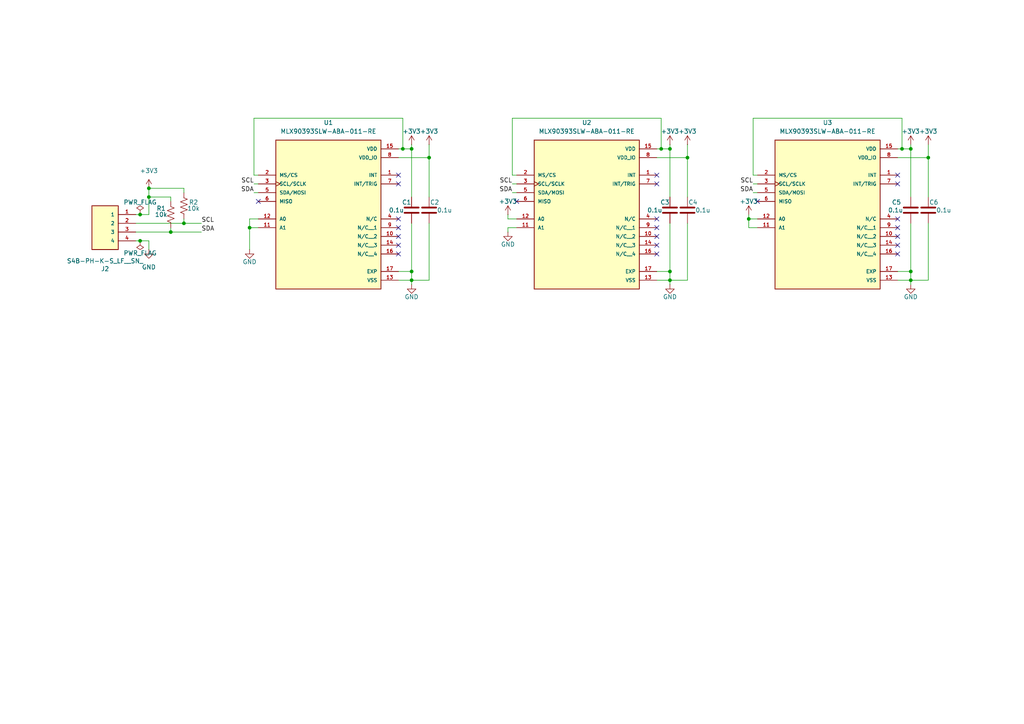
<source format=kicad_sch>
(kicad_sch (version 20250114) (generator "eeschema") (generator_version "9.0")
  (paper "A4")
  (lib_symbols
    (symbol "Device:C" (pin_numbers (hide yes)) (pin_names (offset 0.254))
      (property "Reference" "C" (at 0.635 2.54 0))
      (property "Value" "C" (at 0.635 -2.54 0))
      (symbol "C_0_1"
        (polyline (pts (xy -2.032 0.762) (xy 2.032 0.762)) (stroke (width 0.508)))
        (polyline (pts (xy -2.032 -0.762) (xy 2.032 -0.762)) (stroke (width 0.508)))
      )
      (symbol "C_1_1"
        (pin passive line (at 0 3.81 270) (length 2.794) (name "~") (number "1"))
        (pin passive line (at 0 -3.81 90) (length 2.794) (name "~") (number "2"))
      )
    )
    (symbol "Device:R_US" (pin_numbers (hide yes)) (pin_names (offset 0))
      (property "Reference" "R" (at 2.54 0 90))
      (property "Value" "R_US" (at -2.54 0 90))
      (symbol "R_US_0_1"
        (polyline (pts (xy 0 2.286) (xy 0 2.54)))
        (polyline (pts (xy 0 2.286) (xy 1.016 1.905) (xy 0 1.524) (xy -1.016 1.143) (xy 0 0.762)))
        (polyline (pts (xy 0 0.762) (xy 1.016 0.381) (xy 0 0) (xy -1.016 -0.381) (xy 0 -0.762)))
        (polyline (pts (xy 0 -0.762) (xy 1.016 -1.143) (xy 0 -1.524) (xy -1.016 -1.905) (xy 0 -2.286)))
        (polyline (pts (xy 0 -2.286) (xy 0 -2.54)))
      )
      (symbol "R_US_1_1"
        (pin passive line (at 0 3.81 270) (length 1.27) (name "~") (number "1"))
        (pin passive line (at 0 -3.81 90) (length 1.27) (name "~") (number "2"))
      )
    )
    (symbol "MLX90393SLW-ABA-011-RE:MLX90393SLW-ABA-011-RE" (pin_names (offset 1.016))
      (property "Reference" "U" (at -15.24 16.002 0))
      (property "Value" "MLX90393SLW-ABA-011-RE" (at -15.24 -30.48 0))
      (symbol "MLX90393SLW-ABA-011-RE_0_0"
        (rectangle (start -15.24 -27.94) (end 15.24 15.24) (stroke (width 0.254)) (fill (type background)))
        (pin input line (at -20.32 5.08 0) (length 5.08) (name "MS/CS") (number "2"))
        (pin input clock (at -20.32 2.54 0) (length 5.08) (name "SCL/SCLK") (number "3"))
        (pin bidirectional line (at -20.32 0 0) (length 5.08) (name "SDA/MOSI") (number "5"))
        (pin output line (at -20.32 -2.54 0) (length 5.08) (name "MISO") (number "6"))
        (pin input line (at -20.32 -7.62 0) (length 5.08) (name "A0") (number "12"))
        (pin input line (at -20.32 -10.16 0) (length 5.08) (name "A1") (number "11"))
        (pin power_in line (at 20.32 12.7 180) (length 5.08) (name "VDD") (number "15"))
        (pin power_in line (at 20.32 10.16 180) (length 5.08) (name "VDD_IO") (number "8"))
        (pin output line (at 20.32 5.08 180) (length 5.08) (name "INT") (number "1"))
        (pin bidirectional line (at 20.32 2.54 180) (length 5.08) (name "INT/TRIG") (number "7"))
        (pin passive line (at 20.32 -7.62 180) (length 5.08) (name "N/C") (number "4"))
        (pin passive line (at 20.32 -10.16 180) (length 5.08) (name "N/C__1") (number "9"))
        (pin passive line (at 20.32 -12.7 180) (length 5.08) (name "N/C__2") (number "10"))
        (pin passive line (at 20.32 -15.24 180) (length 5.08) (name "N/C__3") (number "14"))
        (pin passive line (at 20.32 -17.78 180) (length 5.08) (name "N/C__4") (number "16"))
        (pin passive line (at 20.32 -22.86 180) (length 5.08) (name "EXP") (number "17"))
        (pin power_in line (at 20.32 -25.4 180) (length 5.08) (name "VSS") (number "13"))
      )
    )
    (symbol "S4B-PH-K-S_LF__SN_:S4B-PH-K-S_LF__SN_" (pin_names (offset 1.016))
      (property "Reference" "J2" (at 1.27 -13.208 0))
      (property "Value" "S4B-PH-K-S_LF__SN_" (at 1.27 -10.922 0))
      (symbol "S4B-PH-K-S_LF__SN__0_0"
        (rectangle (start -2.54 -7.62) (end 5.08 5.08) (stroke (width 0.254)) (fill (type background)))
        (pin passive line (at 10.16 2.54 180) (length 5.08) (name "1") (number "1"))
        (pin passive line (at 10.16 0 180) (length 5.08) (name "2") (number "2"))
        (pin passive line (at 10.16 -2.54 180) (length 5.08) (name "3") (number "3"))
        (pin passive line (at 10.16 -5.08 180) (length 5.08) (name "4") (number "4"))
      )
    )
    (symbol "power:+3V3" (power) (pin_numbers (hide yes)) (pin_names (offset 0) (hide yes))
      (property "Value" "+3V3" (at 0 3.556 0))
      (symbol "+3V3_0_1"
        (polyline (pts (xy -0.762 1.27) (xy 0 2.54)))
        (polyline (pts (xy 0 2.54) (xy 0.762 1.27)))
        (polyline (pts (xy 0 0) (xy 0 2.54)))
      )
      (symbol "+3V3_1_1"
        (pin power_in line (at 0 0 90) (length 0) (name "~") (number "1"))
      )
    )
    (symbol "power:GND" (power) (pin_numbers (hide yes)) (pin_names (offset 0) (hide yes))
      (property "Value" "GND" (at 0 -3.81 0))
      (symbol "GND_0_1"
        (polyline (pts (xy 0 0) (xy 0 -1.27) (xy 1.27 -1.27) (xy 0 -2.54) (xy -1.27 -1.27) (xy 0 -1.27)))
      )
      (symbol "GND_1_1"
        (pin power_in line (at 0 0 270) (length 0) (name "~") (number "1"))
      )
    )
    (symbol "power:PWR_FLAG" (power) (pin_numbers (hide yes)) (pin_names (offset 0) (hide yes))
      (property "Value" "PWR_FLAG" (at 0 3.81 0))
      (symbol "PWR_FLAG_0_0"
        (pin power_out line (at 0 0 90) (length 0) (name "~") (number "1"))
      )
      (symbol "PWR_FLAG_0_1"
        (polyline (pts (xy 0 0) (xy 0 1.27) (xy -1.016 1.905) (xy 0 2.54) (xy 1.016 1.905) (xy 0 1.27)))
      )
    )
  )
  (junction (at 72.39 66.04))
  (junction (at 119.38 43.18))
  (junction (at 194.31 43.18))
  (junction (at 264.16 43.18))
  (junction (at 194.31 78.74))
  (junction (at 217.17 63.5))
  (junction (at 194.31 81.28))
  (junction (at 269.24 45.72))
  (junction (at 53.34 64.77))
  (junction (at 116.84 43.18))
  (junction (at 119.38 78.74))
  (junction (at 49.53 67.31))
  (junction (at 119.38 81.28))
  (junction (at 40.64 69.85))
  (junction (at 264.16 81.28))
  (junction (at 191.77 43.18))
  (junction (at 43.18 57.15))
  (junction (at 43.18 54.61))
  (junction (at 261.62 43.18))
  (junction (at 40.64 62.23))
  (junction (at 264.16 78.74))
  (junction (at 124.46 45.72))
  (junction (at 199.39 45.72))
  (no_connect (at 260.35 68.58))
  (no_connect (at 115.57 73.66))
  (no_connect (at 190.5 53.34))
  (no_connect (at 190.5 66.04))
  (no_connect (at 260.35 71.12))
  (no_connect (at 190.5 63.5))
  (no_connect (at 74.93 58.42))
  (no_connect (at 260.35 63.5))
  (no_connect (at 190.5 73.66))
  (no_connect (at 260.35 73.66))
  (no_connect (at 115.57 68.58))
  (no_connect (at 115.57 71.12))
  (no_connect (at 115.57 50.8))
  (no_connect (at 115.57 66.04))
  (no_connect (at 219.71 58.42))
  (no_connect (at 260.35 50.8))
  (no_connect (at 260.35 53.34))
  (no_connect (at 260.35 66.04))
  (no_connect (at 190.5 68.58))
  (no_connect (at 149.86 58.42))
  (no_connect (at 190.5 50.8))
  (no_connect (at 115.57 53.34))
  (no_connect (at 190.5 71.12))
  (no_connect (at 115.57 63.5))
  (wire (pts (xy 73.66 53.34) (xy 74.93 53.34)))
  (wire (pts (xy 149.86 63.5) (xy 147.32 63.5)))
  (wire (pts (xy 39.37 69.85) (xy 40.64 69.85)))
  (wire (pts (xy 194.31 78.74) (xy 194.31 81.28)))
  (wire (pts (xy 191.77 43.18) (xy 194.31 43.18)))
  (wire (pts (xy 43.18 62.23) (xy 40.64 62.23)))
  (wire (pts (xy 269.24 45.72) (xy 269.24 57.15)))
  (wire (pts (xy 261.62 34.29) (xy 261.62 43.18)))
  (wire (pts (xy 264.16 43.18) (xy 264.16 41.91)))
  (wire (pts (xy 148.59 50.8) (xy 149.86 50.8)))
  (wire (pts (xy 260.35 78.74) (xy 264.16 78.74)))
  (wire (pts (xy 218.44 34.29) (xy 261.62 34.29)))
  (wire (pts (xy 119.38 43.18) (xy 119.38 57.15)))
  (wire (pts (xy 43.18 54.61) (xy 53.34 54.61)))
  (wire (pts (xy 49.53 67.31) (xy 58.42 67.31)))
  (wire (pts (xy 260.35 43.18) (xy 261.62 43.18)))
  (wire (pts (xy 39.37 67.31) (xy 49.53 67.31)))
  (wire (pts (xy 191.77 34.29) (xy 191.77 43.18)))
  (wire (pts (xy 124.46 81.28) (xy 119.38 81.28)))
  (wire (pts (xy 194.31 64.77) (xy 194.31 78.74)))
  (wire (pts (xy 218.44 53.34) (xy 219.71 53.34)))
  (wire (pts (xy 217.17 62.23) (xy 217.17 63.5)))
  (wire (pts (xy 124.46 64.77) (xy 124.46 81.28)))
  (wire (pts (xy 264.16 78.74) (xy 264.16 81.28)))
  (wire (pts (xy 40.64 62.23) (xy 39.37 62.23)))
  (wire (pts (xy 190.5 78.74) (xy 194.31 78.74)))
  (wire (pts (xy 115.57 81.28) (xy 119.38 81.28)))
  (wire (pts (xy 260.35 45.72) (xy 269.24 45.72)))
  (wire (pts (xy 116.84 34.29) (xy 73.66 34.29)))
  (wire (pts (xy 72.39 66.04) (xy 74.93 66.04)))
  (wire (pts (xy 119.38 78.74) (xy 119.38 81.28)))
  (wire (pts (xy 269.24 81.28) (xy 264.16 81.28)))
  (wire (pts (xy 148.59 53.34) (xy 149.86 53.34)))
  (wire (pts (xy 39.37 64.77) (xy 53.34 64.77)))
  (wire (pts (xy 43.18 54.61) (xy 43.18 57.15)))
  (wire (pts (xy 219.71 63.5) (xy 217.17 63.5)))
  (wire (pts (xy 49.53 66.04) (xy 49.53 67.31)))
  (wire (pts (xy 115.57 78.74) (xy 119.38 78.74)))
  (wire (pts (xy 72.39 66.04) (xy 72.39 72.39)))
  (wire (pts (xy 116.84 34.29) (xy 116.84 43.18)))
  (wire (pts (xy 53.34 63.5) (xy 53.34 64.77)))
  (wire (pts (xy 119.38 64.77) (xy 119.38 78.74)))
  (wire (pts (xy 148.59 34.29) (xy 148.59 50.8)))
  (wire (pts (xy 260.35 81.28) (xy 264.16 81.28)))
  (wire (pts (xy 124.46 41.91) (xy 124.46 45.72)))
  (wire (pts (xy 261.62 43.18) (xy 264.16 43.18)))
  (wire (pts (xy 218.44 55.88) (xy 219.71 55.88)))
  (wire (pts (xy 43.18 57.15) (xy 49.53 57.15)))
  (wire (pts (xy 269.24 41.91) (xy 269.24 45.72)))
  (wire (pts (xy 72.39 63.5) (xy 72.39 66.04)))
  (wire (pts (xy 74.93 63.5) (xy 72.39 63.5)))
  (wire (pts (xy 147.32 66.04) (xy 149.86 66.04)))
  (wire (pts (xy 53.34 54.61) (xy 53.34 55.88)))
  (wire (pts (xy 148.59 34.29) (xy 191.77 34.29)))
  (wire (pts (xy 199.39 41.91) (xy 199.39 45.72)))
  (wire (pts (xy 194.31 81.28) (xy 194.31 82.55)))
  (wire (pts (xy 194.31 43.18) (xy 194.31 41.91)))
  (wire (pts (xy 199.39 64.77) (xy 199.39 81.28)))
  (wire (pts (xy 190.5 43.18) (xy 191.77 43.18)))
  (wire (pts (xy 73.66 34.29) (xy 73.66 50.8)))
  (wire (pts (xy 264.16 81.28) (xy 264.16 82.55)))
  (wire (pts (xy 73.66 50.8) (xy 74.93 50.8)))
  (wire (pts (xy 147.32 66.04) (xy 147.32 67.31)))
  (wire (pts (xy 199.39 81.28) (xy 194.31 81.28)))
  (wire (pts (xy 115.57 45.72) (xy 124.46 45.72)))
  (wire (pts (xy 269.24 64.77) (xy 269.24 81.28)))
  (wire (pts (xy 116.84 43.18) (xy 119.38 43.18)))
  (wire (pts (xy 49.53 57.15) (xy 49.53 58.42)))
  (wire (pts (xy 119.38 81.28) (xy 119.38 82.55)))
  (wire (pts (xy 194.31 43.18) (xy 194.31 57.15)))
  (wire (pts (xy 218.44 34.29) (xy 218.44 50.8)))
  (wire (pts (xy 264.16 64.77) (xy 264.16 78.74)))
  (wire (pts (xy 217.17 66.04) (xy 219.71 66.04)))
  (wire (pts (xy 124.46 45.72) (xy 124.46 57.15)))
  (wire (pts (xy 190.5 45.72) (xy 199.39 45.72)))
  (wire (pts (xy 199.39 45.72) (xy 199.39 57.15)))
  (wire (pts (xy 43.18 69.85) (xy 40.64 69.85)))
  (wire (pts (xy 217.17 63.5) (xy 217.17 66.04)))
  (wire (pts (xy 190.5 81.28) (xy 194.31 81.28)))
  (wire (pts (xy 73.66 55.88) (xy 74.93 55.88)))
  (wire (pts (xy 264.16 43.18) (xy 264.16 57.15)))
  (wire (pts (xy 53.34 64.77) (xy 58.42 64.77)))
  (wire (pts (xy 43.18 72.39) (xy 43.18 69.85)))
  (wire (pts (xy 148.59 55.88) (xy 149.86 55.88)))
  (wire (pts (xy 218.44 50.8) (xy 219.71 50.8)))
  (wire (pts (xy 115.57 43.18) (xy 116.84 43.18)))
  (wire (pts (xy 119.38 43.18) (xy 119.38 41.91)))
  (wire (pts (xy 147.32 62.23) (xy 147.32 63.5)))
  (wire (pts (xy 43.18 57.15) (xy 43.18 62.23)))
  (label "SDA" (at 148.59 55.88 180))
  (label "SCL" (at 58.42 64.77 0))
  (label "SDA" (at 73.66 55.88 180))
  (label "SCL" (at 218.44 53.34 180))
  (label "SCL" (at 148.59 53.34 180))
  (label "SCL" (at 73.66 53.34 180))
  (label "SDA" (at 218.44 55.88 180))
  (label "SDA" (at 58.42 67.31 0))
  (symbol (lib_id "power:PWR_FLAG") (at 40.64 69.85 180) (unit 1)
    (property "Reference" "#FLG02" (effects (hide yes)))
    (property "Value" "PWR_FLAG" (at 40.64 73.406 0))
    (property "Description" "Special symbol for telling ERC where power comes from" (effects (hide yes)))
  )
  (symbol (lib_id "Device:R_US") (at 53.34 59.69 0) (unit 1)
    (property "Reference" "R2" (at 56.134 58.674 0))
    (property "Value" "10k" (at 56.134 60.452 0))
    (property "Footprint" "Resistor_SMD:R_0603_1608Metric" (effects (hide yes)))
    (property "Description" "Resistor, US symbol" (effects (hide yes)))
  )
  (symbol (lib_id "MLX90393SLW-ABA-011-RE:MLX90393SLW-ABA-011-RE") (at 95.25 55.88 0) (unit 1)
    (property "Reference" "U1" (at 95.25 35.56 0))
    (property "Value" "MLX90393SLW-ABA-011-RE" (at 95.25 38.1 0))
    (property "Footprint" "MLX90393SLW_ABA_011_RE:QFN50P300X300X100-17N" (effects (hide yes)))
    (property "PARTREV" "010" (effects (hide yes)))
    (property "MANUFACTURER" "Melexis" (effects (hide yes)))
    (property "MAXIMUM_PACKAGE_HEIGHT" "1.0mm" (effects (hide yes)))
    (property "STANDARD" "IPC-7351B" (effects (hide yes)))
  )
  (symbol (lib_id "Device:C") (at 264.16 60.96 0) (unit 1)
    (property "Reference" "C5" (at 261.366 58.674 0) (effects (justify right)))
    (property "Value" "0.1u" (at 257.556 60.96 0) (effects (justify left)))
    (property "Footprint" "Capacitor_SMD:C_0603_1608Metric" (effects (hide yes)))
    (property "Description" "Unpolarized capacitor" (effects (hide yes)))
  )
  (symbol (lib_id "power:PWR_FLAG") (at 40.64 62.23 0) (unit 1)
    (property "Reference" "#FLG01" (effects (hide yes)))
    (property "Value" "PWR_FLAG" (at 40.64 58.674 0))
    (property "Description" "Special symbol for telling ERC where power comes from" (effects (hide yes)))
  )
  (symbol (lib_id "power:+3V3") (at 147.32 62.23 0) (unit 1)
    (property "Reference" "#PWR011" (effects (hide yes)))
    (property "Value" "+3V3" (at 147.32 58.42 0))
    (property "Description" "Power symbol creates a global label with name \"+3V3\"" (effects (hide yes)))
  )
  (symbol (lib_id "MLX90393SLW-ABA-011-RE:MLX90393SLW-ABA-011-RE") (at 240.03 55.88 0) (unit 1)
    (property "Reference" "U3" (at 240.03 35.56 0))
    (property "Value" "MLX90393SLW-ABA-011-RE" (at 240.03 38.1 0))
    (property "Footprint" "MLX90393SLW_ABA_011_RE:QFN50P300X300X100-17N" (effects (hide yes)))
    (property "PARTREV" "010" (effects (hide yes)))
    (property "MANUFACTURER" "Melexis" (effects (hide yes)))
    (property "MAXIMUM_PACKAGE_HEIGHT" "1.0mm" (effects (hide yes)))
    (property "STANDARD" "IPC-7351B" (effects (hide yes)))
  )
  (symbol (lib_id "power:GND") (at 72.39 72.39 0) (unit 1)
    (property "Reference" "#PWR01" (effects (hide yes)))
    (property "Value" "GND" (at 72.39 75.946 0))
    (property "Description" "Power symbol creates a global label with name \"GND\" , ground" (effects (hide yes)))
  )
  (symbol (lib_id "power:GND") (at 119.38 82.55 0) (unit 1)
    (property "Reference" "#PWR05" (effects (hide yes)))
    (property "Value" "GND" (at 119.38 86.106 0))
    (property "Description" "Power symbol creates a global label with name \"GND\" , ground" (effects (hide yes)))
  )
  (symbol (lib_id "MLX90393SLW-ABA-011-RE:MLX90393SLW-ABA-011-RE") (at 170.18 55.88 0) (unit 1)
    (property "Reference" "U2" (at 170.18 35.56 0))
    (property "Value" "MLX90393SLW-ABA-011-RE" (at 170.18 38.1 0))
    (property "Footprint" "MLX90393SLW_ABA_011_RE:QFN50P300X300X100-17N" (effects (hide yes)))
    (property "PARTREV" "010" (effects (hide yes)))
    (property "MANUFACTURER" "Melexis" (effects (hide yes)))
    (property "MAXIMUM_PACKAGE_HEIGHT" "1.0mm" (effects (hide yes)))
    (property "STANDARD" "IPC-7351B" (effects (hide yes)))
  )
  (symbol (lib_id "power:GND") (at 43.18 72.39 0) (unit 1)
    (property "Reference" "#PWR04" (effects (hide yes)))
    (property "Value" "GND" (at 43.18 77.47 0))
    (property "Description" "Power symbol creates a global label with name \"GND\" , ground" (effects (hide yes)))
  )
  (symbol (lib_id "power:GND") (at 194.31 82.55 0) (unit 1)
    (property "Reference" "#PWR06" (effects (hide yes)))
    (property "Value" "GND" (at 194.31 86.106 0))
    (property "Description" "Power symbol creates a global label with name \"GND\" , ground" (effects (hide yes)))
  )
  (symbol (lib_id "Device:C") (at 119.38 60.96 0) (unit 1)
    (property "Reference" "C1" (at 116.586 58.674 0) (effects (justify left)))
    (property "Value" "0.1u" (at 112.776 60.96 0) (effects (justify left)))
    (property "Footprint" "Capacitor_SMD:C_0603_1608Metric" (effects (hide yes)))
    (property "Description" "Unpolarized capacitor" (effects (hide yes)))
  )
  (symbol (lib_id "Device:C") (at 199.39 60.96 0) (unit 1)
    (property "Reference" "C4" (at 199.644 58.674 0) (effects (justify left)))
    (property "Value" "0.1u" (at 201.676 60.96 0) (effects (justify left)))
    (property "Footprint" "Capacitor_SMD:C_0603_1608Metric" (effects (hide yes)))
    (property "Description" "Unpolarized capacitor" (effects (hide yes)))
  )
  (symbol (lib_id "power:+3V3") (at 269.24 41.91 0) (unit 1)
    (property "Reference" "#PWR016" (effects (hide yes)))
    (property "Value" "+3V3" (at 269.24 38.1 0))
    (property "Description" "Power symbol creates a global label with name \"+3V3\"" (effects (hide yes)))
  )
  (symbol (lib_id "power:+3V3") (at 124.46 41.91 0) (unit 1)
    (property "Reference" "#PWR014" (effects (hide yes)))
    (property "Value" "+3V3" (at 124.46 38.1 0))
    (property "Description" "Power symbol creates a global label with name \"+3V3\"" (effects (hide yes)))
  )
  (symbol (lib_id "power:+3V3") (at 264.16 41.91 0) (unit 1)
    (property "Reference" "#PWR013" (effects (hide yes)))
    (property "Value" "+3V3" (at 264.16 38.1 0))
    (property "Description" "Power symbol creates a global label with name \"+3V3\"" (effects (hide yes)))
  )
  (symbol (lib_id "power:+3V3") (at 43.18 54.61 0) (unit 1)
    (property "Reference" "#PWR03" (effects (hide yes)))
    (property "Value" "+3V3" (at 43.18 49.53 0))
    (property "Description" "Power symbol creates a global label with name \"+3V3\"" (effects (hide yes)))
  )
  (symbol (lib_id "power:GND") (at 264.16 82.55 0) (unit 1)
    (property "Reference" "#PWR07" (effects (hide yes)))
    (property "Value" "GND" (at 264.16 86.106 0))
    (property "Description" "Power symbol creates a global label with name \"GND\" , ground" (effects (hide yes)))
  )
  (symbol (lib_id "power:+3V3") (at 199.39 41.91 0) (unit 1)
    (property "Reference" "#PWR015" (effects (hide yes)))
    (property "Value" "+3V3" (at 199.39 38.1 0))
    (property "Description" "Power symbol creates a global label with name \"+3V3\"" (effects (hide yes)))
  )
  (symbol (lib_id "Device:R_US") (at 49.53 62.23 180) (unit 1)
    (property "Reference" "R1" (at 46.736 60.452 0))
    (property "Value" "10k" (at 46.736 62.23 0))
    (property "Footprint" "Resistor_SMD:R_0603_1608Metric" (effects (hide yes)))
    (property "Description" "Resistor, US symbol" (effects (hide yes)))
  )
  (symbol (lib_id "power:+3V3") (at 194.31 41.91 0) (unit 1)
    (property "Reference" "#PWR010" (effects (hide yes)))
    (property "Value" "+3V3" (at 194.31 38.1 0))
    (property "Description" "Power symbol creates a global label with name \"+3V3\"" (effects (hide yes)))
  )
  (symbol (lib_id "power:+3V3") (at 119.38 41.91 0) (unit 1)
    (property "Reference" "#PWR09" (effects (hide yes)))
    (property "Value" "+3V3" (at 119.38 38.1 0))
    (property "Description" "Power symbol creates a global label with name \"+3V3\"" (effects (hide yes)))
  )
  (symbol (lib_id "power:GND") (at 147.32 67.31 0) (unit 1)
    (property "Reference" "#PWR02" (effects (hide yes)))
    (property "Value" "GND" (at 147.32 70.866 0))
    (property "Description" "Power symbol creates a global label with name \"GND\" , ground" (effects (hide yes)))
  )
  (symbol (lib_id "Device:C") (at 269.24 60.96 0) (unit 1)
    (property "Reference" "C6" (at 269.494 58.674 0) (effects (justify left)))
    (property "Value" "0.1u" (at 271.526 60.96 0) (effects (justify left)))
    (property "Footprint" "Capacitor_SMD:C_0603_1608Metric" (effects (hide yes)))
    (property "Description" "Unpolarized capacitor" (effects (hide yes)))
  )
  (symbol (lib_id "Device:C") (at 194.31 60.96 0) (unit 1)
    (property "Reference" "C3" (at 191.516 58.674 0) (effects (justify left)))
    (property "Value" "0.1u" (at 187.706 60.96 0) (effects (justify left)))
    (property "Footprint" "Capacitor_SMD:C_0603_1608Metric" (effects (hide yes)))
    (property "Description" "Unpolarized capacitor" (effects (hide yes)))
  )
  (symbol (lib_id "Device:C") (at 124.46 60.96 0) (unit 1)
    (property "Reference" "C2" (at 124.714 58.674 0) (effects (justify left)))
    (property "Value" "0.1u" (at 126.746 60.96 0) (effects (justify left)))
    (property "Footprint" "Capacitor_SMD:C_0603_1608Metric" (effects (hide yes)))
    (property "Description" "Unpolarized capacitor" (effects (hide yes)))
  )
  (symbol (lib_id "S4B-PH-K-S_LF__SN_:S4B-PH-K-S_LF__SN_") (at 29.21 64.77 0) (unit 1)
    (property "Reference" "J2" (at 30.48 77.978 0))
    (property "Value" "S4B-PH-K-S_LF__SN_" (at 30.48 75.692 0))
    (property "Footprint" "S4B-PH-K-S_LF__SN_:JST_S4B-PH-K-S_LF__SN_" (effects (hide yes)))
    (property "SnapEDA_Link" "https://www.snapeda.com/parts/S4B-PH-K-S(LF)(SN)/JST/view-part/?ref=snap" (effects (hide yes)))
    (property "Description_1" "Connector Header Through Hole, Right Angle 4 position 0.079 (2.00mm)" (effects (hide yes)))
    (property "Package" "NON STANDARD-4 J.S.T." (effects (hide yes)))
    (property "Check_prices" "https://www.snapeda.com/parts/S4B-PH-K-S(LF)(SN)/JST/view-part/?ref=eda" (effects (hide yes)))
    (property "STANDARD" "Manufacturer Recommendation" (effects (hide yes)))
    (property "MF" "JST Sales" (effects (hide yes)))
    (property "MP" "S4B-PH-K-S(LF)(SN)" (effects (hide yes)))
    (property "MANUFACTURER" "JST" (effects (hide yes)))
  )
  (symbol (lib_id "power:+3V3") (at 217.17 62.23 0) (unit 1)
    (property "Reference" "#PWR012" (effects (hide yes)))
    (property "Value" "+3V3" (at 217.17 58.42 0))
    (property "Description" "Power symbol creates a global label with name \"+3V3\"" (effects (hide yes)))
  )
)
</source>
